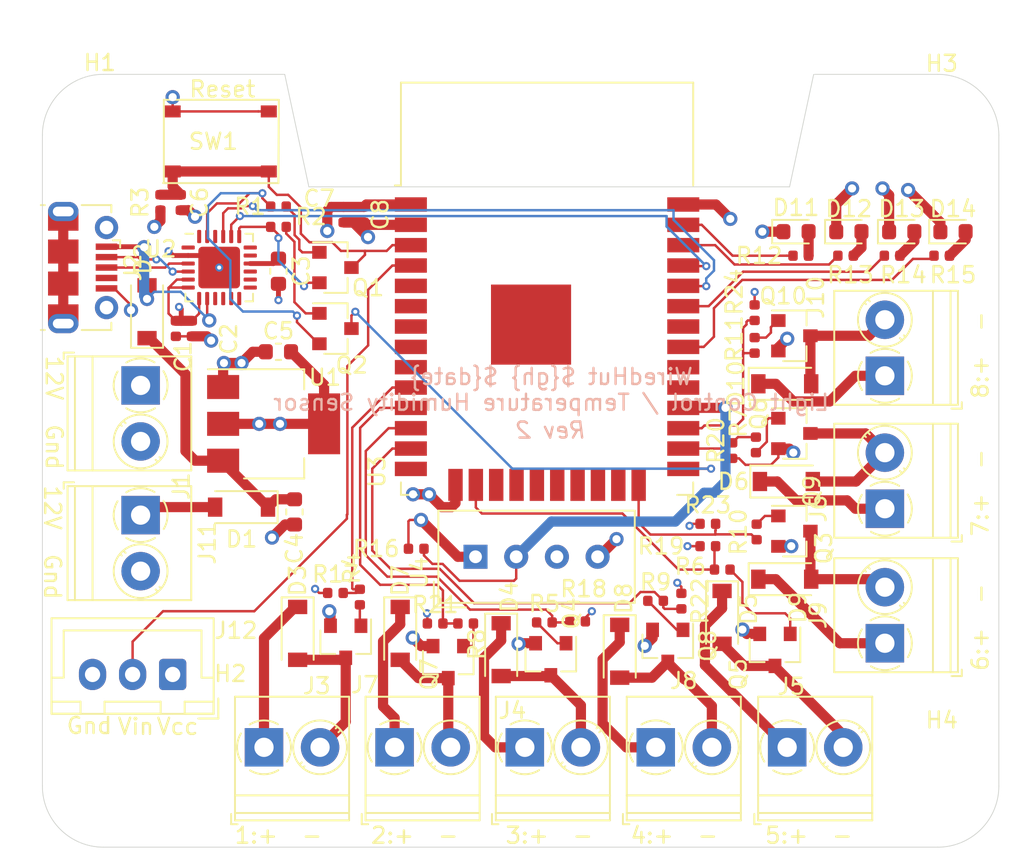
<source format=kicad_pcb>
(kicad_pcb (version 20241229) (generator "pcbnew") (generator_version "9.0")
  (title_block (date "${date}") (rev "${gh}") (comment 4 "@Comment4@"))
  (layers (0 "F.Cu" signal) (4 "In1.Cu" power) (6 "In2.Cu" power) (2 "B.Cu" signal) (13 "F.Paste" user) (15 "B.Paste" user) (5 "F.SilkS" user "F.Silkscreen") (7 "B.SilkS" user "B.Silkscreen") (1 "F.Mask" user) (3 "B.Mask" user) (25 "Edge.Cuts" user))
  (net 0 "")
  (net 1 "GND")
  (net 2 "+3V3")
  (net 3 "Net-(C3-Pad1)")
  (net 4 "Net-(C4-Pad1)")
  (net 5 "/EN")
  (net 6 "VCC")
  (net 7 "VBUS")
  (net 8 "/USB_RTS")
  (net 9 "Net-(Q1-Pad1)")
  (net 10 "/IO0")
  (net 11 "/USB_DTR")
  (net 12 "Net-(Q2-Pad1)")
  (net 13 "/USB_TX")
  (net 14 "/USB_RX")
  (net 15 "/USB_DM")
  (net 16 "/USB_DP")
  (net 17 "Net-(D3-Pad2)")
  (net 18 "Net-(D4-Pad2)")
  (net 19 "Net-(D5-Pad2)")
  (net 20 "Net-(D6-Pad2)")
  (net 21 "Net-(D7-Pad2)")
  (net 22 "Net-(D8-Pad2)")
  (net 23 "Net-(D9-Pad2)")
  (net 24 "Net-(D10-Pad2)")
  (net 25 "Net-(Q3-Pad1)")
  (net 26 "Net-(Q4-Pad1)")
  (net 27 "Net-(Q5-Pad1)")
  (net 28 "Net-(Q6-Pad1)")
  (net 29 "Net-(Q7-Pad1)")
  (net 30 "Net-(Q8-Pad1)")
  (net 31 "Net-(Q9-Pad1)")
  (net 32 "Net-(Q10-Pad1)")
  (net 33 "/PIR_A")
  (net 34 "/CH_1")
  (net 35 "/CH_3")
  (net 36 "/CH_5")
  (net 37 "/CH_7")
  (net 38 "/CH_2")
  (net 39 "/CH_4")
  (net 40 "/CH_6")
  (net 41 "/CH_8")
  (net 42 "Net-(D11-Pad2)")
  (net 43 "Net-(D12-Pad2)")
  (net 44 "Net-(D13-Pad2)")
  (net 45 "Net-(D14-Pad2)")
  (net 46 "/LED1")
  (net 47 "/LED2")
  (net 48 "/LED3")
  (net 49 "/LED4")
  (net 50 "/DHT_IO")
  (footprint "Resistor_SMD:R_0402_1005Metric" (layer "F.Cu") (at 111.2 69.85 -90)
    (property "Reference" "C1")
    (property "Value" "1uF")
  )
  (footprint "Resistor_SMD:R_0402_1005Metric" (layer "F.Cu") (at 112.2 69.85 -90)
    (property "Reference" "C2")
    (property "Value" "0.1uF")
  )
  (footprint "Resistor_SMD:R_0603_1608Metric" (layer "F.Cu") (at 117.602 66.2685 -90)
    (property "Reference" "C3")
    (property "Value" "4.7uF")
  )
  (footprint "Resistor_SMD:R_0603_1608Metric" (layer "F.Cu") (at 118.6 81.3 -90)
    (property "Reference" "C4")
    (property "Value" "1uF")
  )
  (footprint "Resistor_SMD:R_0603_1608Metric" (layer "F.Cu") (at 117.6 71.3 180)
    (property "Reference" "C5")
    (property "Value" "22uF")
  )
  (footprint "Resistor_SMD:R_0402_1005Metric" (layer "F.Cu") (at 122.936 62.738 90)
    (property "Reference" "C8")
    (property "Value" "0.1uF")
  )
  (footprint "Diode_SMD:D_SOD-123" (layer "F.Cu") (at 115.3 81 180)
    (property "Reference" "D1")
    (property "Value" "D_Schottky")
  )
  (footprint "Diode_SMD:D_SOD-123" (layer "F.Cu") (at 109.4 68.8 90)
    (property "Reference" "D2")
    (property "Value" "D_Schottky")
  )
  (footprint "Package_TO_SOT_SMD:SOT-23" (layer "F.Cu") (at 121.158 69.85)
    (property "Reference" "Q2")
    (property "Value" "Q_NPN_BEC")
  )
  (footprint "Resistor_SMD:R_0402_1005Metric" (layer "F.Cu") (at 117.602 62.23 180)
    (property "Reference" "R1")
    (property "Value" "10kR")
  )
  (footprint "Resistor_SMD:R_0402_1005Metric" (layer "F.Cu") (at 117.602 63.5 180)
    (property "Reference" "R2")
    (property "Value" "10kR")
  )
  (footprint "Resistor_SMD:R_0402_1005Metric" (layer "F.Cu") (at 110.236 61.976 -90)
    (property "Reference" "R3")
    (property "Value" "10kR")
  )
  (footprint "footprints:TS-1187A" (layer "F.Cu") (at 114 58.166)
    (property "Reference" "SW1")
    (property "Value" "SW_Push")
  )
  (footprint "Package_TO_SOT_SMD:SOT-223-3_TabPin2" (layer "F.Cu") (at 117.3 75.8)
    (property "Reference" "U1")
    (property "Value" "AZ1117-3.3")
  )
  (footprint "Package_DFN_QFN:QFN-24-1EP_4x4mm_P0.5mm_EP2.6x2.6mm" (layer "F.Cu") (at 113.904 66.04)
    (property "Reference" "U2")
    (property "Value" "CP2104")
  )
  (footprint "RF_Module:ESP32-WROOM-32" (layer "F.Cu") (at 134.366 70.358)
    (property "Reference" "U3")
    (property "Value" "ESP32-WROOM-32")
  )
  (footprint "Diode_SMD:D_SOD-123" (layer "F.Cu") (at 118.8 88.884 -90)
    (property "Reference" "D3")
    (property "Value" "D_Schottky")
  )
  (footprint "Connector_USB:USB_Micro-B_Molex-105017-0001" (layer "F.Cu") (at 105.41 66.04 -90)
    (property "Reference" "J2")
    (property "Value" "USB_B_Micro")
  )
  (footprint "Resistor_SMD:R_0402_1005Metric" (layer "F.Cu") (at 122.682 86.614 90)
    (property "Reference" "R4")
    (property "Value" "100R")
  )
  (footprint "Resistor_SMD:R_0402_1005Metric" (layer "F.Cu") (at 134.2 88.2)
    (property "Reference" "R5")
    (property "Value" "100R")
  )
  (footprint "Resistor_SMD:R_0402_1005Metric" (layer "F.Cu") (at 145.3 84.9 180)
    (property "Reference" "R6")
    (property "Value" "100R")
  )
  (footprint "Resistor_SMD:R_0402_1005Metric" (layer "F.Cu") (at 147.4 77.115 90)
    (property "Reference" "R7")
    (property "Value" "100R")
  )
  (footprint "Resistor_SMD:R_0402_1005Metric" (layer "F.Cu") (at 129.286 88.265 180)
    (property "Reference" "R8")
    (property "Value" "100R")
  )
  (footprint "Resistor_SMD:R_0402_1005Metric" (layer "F.Cu") (at 141.138 86.852)
    (property "Reference" "R9")
    (property "Value" "100R")
  )
  (footprint "Resistor_SMD:R_0402_1005Metric" (layer "F.Cu") (at 147.32 70.9 -90)
    (property "Reference" "R11")
    (property "Value" "100R")
  )
  (footprint "TerminalBlock_Phoenix:TerminalBlock_Phoenix_PT-1,5-2-3.5-H_1x02_P3.50mm_Horizontal" (layer "F.Cu") (at 109 73.4 -90)
    (property "Reference" "J1")
    (property "Value" "Screw_Terminal_01x02")
  )
  (footprint "TerminalBlock_Phoenix:TerminalBlock_Phoenix_PT-1,5-2-3.5-H_1x02_P3.50mm_Horizontal" (layer "F.Cu") (at 116.7 96)
    (property "Reference" "J3")
    (property "Value" "Screw_Terminal_01x02")
  )
  (footprint "Resistor_SMD:R_0402_1005Metric" (layer "F.Cu") (at 121.666 62.738 90)
    (property "Reference" "C7")
    (property "Value" "10uF")
  )
  (footprint "Package_TO_SOT_SMD:SOT-23" (layer "F.Cu") (at 121.158 66.04)
    (property "Reference" "Q1")
    (property "Value" "Q_NPN_BEC")
  )
  (footprint "Resistor_SMD:R_0402_1005Metric" (layer "F.Cu") (at 111.506 61.976 -90)
    (property "Reference" "C6")
    (property "Value" "0.1uF")
  )
  (footprint "Diode_SMD:D_SOD-123" (layer "F.Cu") (at 131.5 89.9 -90)
    (property "Reference" "D4")
    (property "Value" "D_Schottky")
  )
  (footprint "Diode_SMD:D_SOD-123" (layer "F.Cu") (at 145.288 87.884 -90)
    (property "Reference" "D5")
    (property "Value" "D_Schottky")
  )
  (footprint "Diode_SMD:D_SOD-123" (layer "F.Cu") (at 149.3 79.4)
    (property "Reference" "D6")
    (property "Value" "D_Schottky")
  )
  (footprint "Diode_SMD:D_SOD-123" (layer "F.Cu") (at 125.2 88.884 -90)
    (property "Reference" "D7")
    (property "Value" "D_Schottky")
  )
  (footprint "Diode_SMD:D_SOD-123" (layer "F.Cu") (at 138.9 90 -90)
    (property "Reference" "D8")
    (property "Value" "D_Schottky")
  )
  (footprint "Diode_SMD:D_SOD-123" (layer "F.Cu") (at 149.2 73.3)
    (property "Reference" "D10")
    (property "Value" "D_Schottky")
  )
  (footprint "Package_TO_SOT_SMD:SOT-23" (layer "F.Cu") (at 134.6 90.5 -90)
    (property "Reference" "Q4")
    (property "Value" "Q_NMOS_GDS")
  )
  (footprint "Package_TO_SOT_SMD:SOT-23" (layer "F.Cu") (at 148.59 89.916 -90)
    (property "Reference" "Q5")
    (property "Value" "Q_NMOS_GDS")
  )
  (footprint "Package_TO_SOT_SMD:SOT-23" (layer "F.Cu") (at 149.8 76.4)
    (property "Reference" "Q6")
    (property "Value" "Q_NMOS_GDS")
  )
  (footprint "Package_TO_SOT_SMD:SOT-23" (layer "F.Cu") (at 128.2 90.678 -90)
    (property "Reference" "Q7")
    (property "Value" "Q_NMOS_GDS")
  )
  (footprint "Package_TO_SOT_SMD:SOT-23" (layer "F.Cu") (at 141.9 89.662 -90)
    (property "Reference" "Q8")
    (property "Value" "Q_NMOS_GDS")
  )
  (footprint "TerminalBlock_Phoenix:TerminalBlock_Phoenix_PT-1,5-2-3.5-H_1x02_P3.50mm_Horizontal" (layer "F.Cu") (at 132.978 96)
    (property "Reference" "J4")
    (property "Value" "Screw_Terminal_01x02")
  )
  (footprint "TerminalBlock_Phoenix:TerminalBlock_Phoenix_PT-1,5-2-3.5-H_1x02_P3.50mm_Horizontal" (layer "F.Cu") (at 149.35 96)
    (property "Reference" "J5")
    (property "Value" "Screw_Terminal_01x02")
  )
  (footprint "TerminalBlock_Phoenix:TerminalBlock_Phoenix_PT-1,5-2-3.5-H_1x02_P3.50mm_Horizontal" (layer "F.Cu") (at 155.448 81.1 90)
    (property "Reference" "J6")
    (property "Value" "Screw_Terminal_01x02")
  )
  (footprint "TerminalBlock_Phoenix:TerminalBlock_Phoenix_PT-1,5-2-3.5-H_1x02_P3.50mm_Horizontal" (layer "F.Cu") (at 124.85 96)
    (property "Reference" "J7")
    (property "Value" "Screw_Terminal_01x02")
  )
  (footprint "TerminalBlock_Phoenix:TerminalBlock_Phoenix_PT-1,5-2-3.5-H_1x02_P3.50mm_Horizontal" (layer "F.Cu") (at 141.15 96)
    (property "Reference" "J8")
    (property "Value" "Screw_Terminal_01x02")
  )
  (footprint "TerminalBlock_Phoenix:TerminalBlock_Phoenix_PT-1,5-2-3.5-H_1x02_P3.50mm_Horizontal" (layer "F.Cu") (at 155.448 72.8 90)
    (property "Reference" "J10")
    (property "Value" "Screw_Terminal_01x02")
  )
  (footprint "Resistor_SMD:R_0402_1005Metric" (layer "F.Cu") (at 147.447 82.55 -90)
    (property "Reference" "R10")
    (property "Value" "100R")
  )
  (footprint "TerminalBlock_Phoenix:TerminalBlock_Phoenix_PT-1,5-2-3.5-H_1x02_P3.50mm_Horizontal" (layer "F.Cu") (at 155.448 89.5 90)
    (property "Reference" "J9")
    (property "Value" "Screw_Terminal_01x02")
  )
  (footprint "Package_TO_SOT_SMD:SOT-23" (layer "F.Cu") (at 149.8 82.5)
    (property "Reference" "Q9")
    (property "Value" "Q_NMOS_GDS")
  )
  (footprint "TerminalBlock_Phoenix:TerminalBlock_Phoenix_PT-1,5-2-3.5-H_1x02_P3.50mm_Horizontal" (layer "F.Cu") (at 109 81.5 -90)
    (property "Reference" "J11")
    (property "Value" "Screw_Terminal_01x02")
  )
  (footprint "Connector_JST:JST_XH_B3B-XH-A_1x03_P2.50mm_Vertical" (layer "F.Cu") (at 111 91.45 180)
    (property "Reference" "J12")
    (property "Value" "Conn_01x03")
  )
  (footprint "MountingHole:MountingHole_3.2mm_M3" (layer "F.Cu") (at 106.45 57.45)
    (property "Reference" "H1")
    (property "Value" "MountingHole")
  )
  (footprint "MountingHole:MountingHole_3.2mm_M3" (layer "F.Cu") (at 106.5 98.5)
    (property "Reference" "H2")
    (property "Value" "MountingHole")
  )
  (footprint "MountingHole:MountingHole_3.2mm_M3" (layer "F.Cu") (at 159 57.5)
    (property "Reference" "H3")
    (property "Value" "MountingHole")
  )
  (footprint "MountingHole:MountingHole_3.2mm_M3" (layer "F.Cu") (at 159 98.5)
    (property "Reference" "H4")
    (property "Value" "MountingHole")
  )
  (footprint "Diode_SMD:D_SOD-123" (layer "F.Cu") (at 149.2 85.5)
    (property "Reference" "D9")
    (property "Value" "D_Schottky")
  )
  (footprint "LED_SMD:LED_0603_1608Metric" (layer "F.Cu") (at 149.9 63.8)
    (property "Reference" "D11")
    (property "Value" "Green")
  )
  (footprint "LED_SMD:LED_0603_1608Metric" (layer "F.Cu") (at 153.2 63.8)
    (property "Reference" "D12")
    (property "Value" "Green")
  )
  (footprint "LED_SMD:LED_0603_1608Metric" (layer "F.Cu") (at 156.5 63.8)
    (property "Reference" "D13")
    (property "Value" "Red")
  )
  (footprint "LED_SMD:LED_0603_1608Metric" (layer "F.Cu") (at 159.7 63.8)
    (property "Reference" "D14")
    (property "Value" "Red")
  )
  (footprint "Resistor_SMD:R_0402_1005Metric" (layer "F.Cu") (at 150.2 65.3)
    (property "Reference" "R12")
    (property "Value" "47R")
  )
  (footprint "Resistor_SMD:R_0402_1005Metric" (layer "F.Cu") (at 153 65.3)
    (property "Reference" "R13")
    (property "Value" "47R")
  )
  (footprint "Resistor_SMD:R_0402_1005Metric" (layer "F.Cu") (at 155.9 65.3)
    (property "Reference" "R14")
    (property "Value" "150R")
  )
  (footprint "Resistor_SMD:R_0402_1005Metric" (layer "F.Cu") (at 159 65.3)
    (property "Reference" "R15")
    (property "Value" "150R")
  )
  (footprint "Sensor:Aosong_DHT11_5.5x12.0_P2.54mm" (layer "F.Cu") (at 129.9 84.1 90)
    (property "Reference" "U4")
    (property "Value" "DHT11")
  )
  (footprint "Resistor_SMD:R_0402_1005Metric" (layer "F.Cu") (at 126.2 83.6 180)
    (property "Reference" "R16")
    (property "Value" "10kR")
  )
  (footprint "Package_TO_SOT_SMD:SOT-23" (layer "F.Cu") (at 121.8 89.408 -90)
    (property "Reference" "Q3")
    (property "Value" "Q_NMOS_GSD")
  )
  (footprint "Resistor_SMD:R_0402_1005Metric" (layer "F.Cu") (at 121.158 86.36)
    (property "Reference" "R17")
    (property "Value" "10kR")
  )
  (footprint "Resistor_SMD:R_0402_1005Metric" (layer "F.Cu") (at 136.271 88.138 180)
    (property "Reference" "R18")
    (property "Value" "10kR")
  )
  (footprint "Resistor_SMD:R_0402_1005Metric" (layer "F.Cu") (at 144.399 83.439)
    (property "Reference" "R19")
    (property "Value" "10kR")
  )
  (footprint "Resistor_SMD:R_0402_1005Metric" (layer "F.Cu") (at 145.923 77.47 90)
    (property "Reference" "R20")
    (property "Value" "10kR")
  )
  (footprint "Resistor_SMD:R_0402_1005Metric" (layer "F.Cu") (at 127.381 88.265)
    (property "Reference" "R21")
    (property "Value" "10kR")
  )
  (footprint "Resistor_SMD:R_0402_1005Metric" (layer "F.Cu") (at 142.748 86.868 -90)
    (property "Reference" "R22")
    (property "Value" "10kR")
  )
  (footprint "Resistor_SMD:R_0402_1005Metric" (layer "F.Cu") (at 144.399 82.042)
    (property "Reference" "R23")
    (property "Value" "10kR")
  )
  (footprint "Resistor_SMD:R_0402_1005Metric" (layer "F.Cu") (at 147.32 68.857 -90)
    (property "Reference" "R24")
    (property "Value" "10kR")
  )
  (footprint "Package_TO_SOT_SMD:SOT-23" (layer "F.Cu") (at 149.8 70.3)
    (property "Reference" "Q10")
    (property "Value" "Q_NMOS_GDS")
  )
  (gr_line (start 102.87 57.785) (end 102.87 98.425) (stroke (width 0.05)) (layer "Edge.Cuts"))
  (gr_line (start 106.68 102.235) (end 158.75 102.235) (stroke (width 0.05)) (layer "Edge.Cuts"))
  (gr_line (start 162.56 98.425) (end 162.56 57.785) (stroke (width 0.05)) (layer "Edge.Cuts"))
  (gr_line (start 117.975 53.975) (end 118 54) (stroke (width 0.05)) (layer "Edge.Cuts"))
  (gr_line (start 151.025 53.975) (end 151 54) (stroke (width 0.05)) (layer "Edge.Cuts"))
  (gr_line (start 158.75 53.975) (end 151.025 53.975) (stroke (width 0.05)) (layer "Edge.Cuts"))
  (gr_arc (start 106.68 102.235) (mid 103.985923 101.119077) (end 102.87 98.425) (stroke (width 0.05)) (layer "Edge.Cuts"))
  (gr_arc (start 102.87 57.785) (mid 103.985923 55.090923) (end 106.68 53.975) (stroke (width 0.05)) (layer "Edge.Cuts"))
  (gr_arc (start 162.56 98.425) (mid 161.444077 101.119077) (end 158.75 102.235) (stroke (width 0.05)) (layer "Edge.Cuts"))
  (gr_line (start 119.5 61) (end 149.5 61) (stroke (width 0.05)) (layer "Edge.Cuts"))
  (gr_arc (start 158.75 53.975) (mid 161.444077 55.090923) (end 162.56 57.785) (stroke (width 0.05)) (layer "Edge.Cuts"))
  (gr_line (start 106.68 53.975) (end 117.975 53.975) (stroke (width 0.05)) (layer "Edge.Cuts"))
  (gr_line (start 149.5 61) (end 151 54) (stroke (width 0.05)) (layer "Edge.Cuts"))
  (gr_line (start 118 54) (end 119.5 61) (stroke (width 0.05)) (layer "Edge.Cuts"))
  (gr_text "12V  Gnd" (at 103.5 83.2 270) (layer "F.SilkS") (effects (font (size 1 1))))
  (gr_text "5:+  -" (at 150.7 101.5 0) (layer "F.SilkS") (effects (font (size 1 1))))
  (gr_text "Gnd" (at 105.8 94.65 0) (layer "F.SilkS") (effects (font (size 1 1))))
  (gr_text "6:+  -" (at 161.4 88.5 90) (layer "F.SilkS") (effects (font (size 1 1))))
  (gr_text "8:+  -" (at 161.4 71.5 90) (layer "F.SilkS") (effects (font (size 1 1))))
  (gr_text "Vcc" (at 111.3 94.7 0) (layer "F.SilkS") (effects (font (size 1 1))))
  (gr_text "Vin" (at 108.7 94.7 0) (layer "F.SilkS") (effects (font (size 1 1))))
  (gr_text "4:+  -" (at 142.3 101.5 0) (layer "F.SilkS") (effects (font (size 1 1))))
  (gr_text "12V  Gnd" (at 103.6 75.1 270) (layer "F.SilkS") (effects (font (size 1 1))))
  (gr_text "2:+  -" (at 126.1 101.5 0) (layer "F.SilkS") (effects (font (size 1 1))))
  (gr_text "1:+  -" (at 117.6 101.5 0) (layer "F.SilkS") (effects (font (size 1 1))))
  (gr_text "Reset" (at 114.1 54.9 0) (layer "F.SilkS") (effects (font (size 1 1))))
  (gr_text "7:+  -" (at 161.4 80.1 90) (layer "F.SilkS") (effects (font (size 1 1))))
  (gr_text "3:+  -" (at 134.5 101.5 0) (layer "F.SilkS") (effects (font (size 1 1))))
  (gr_text "Rev 2" (at 134.62 76.2 0) (layer "B.SilkS") (effects (font (size 1 1) (thickness 0.15) (italic yes)) (justify mirror)))
  (gr_text "WiredHut ${gh} ${date}\nLight Control / Temperature Humidity Sensor" (at 134.62 73.66 0) (layer "B.SilkS") (effects (font (size 1 1)) (justify mirror)))
  (segment (start 142.866 62.103) (end 144.903 62.103) (width 0.635) (layer "F.Cu") (net 1))
  (segment (start 118.0125 82.0875) (end 117.2 82.9) (width 0.635) (layer "F.Cu") (net 1))
  (segment (start 147.64 88.916) (end 146.828 88.916) (width 0.635) (layer "F.Cu") (net 1))
  (segment (start 111.991 62.461) (end 112.395 62.865) (width 0.635) (layer "F.Cu") (net 1))
  (segment (start 147.32 68.372) (end 147.32 67.564) (width 0.1524) (layer "F.Cu") (net 1))
  (segment (start 125.866 62.103) (end 123.086 62.103) (width 0.635) (layer "F.Cu") (net 1))
  (segment (start 116.8125 71.3) (end 116 71.3) (width 0.635) (layer "F.Cu") (net 1))
  (segment (start 140.95 88.662) (end 140.95 89.174) (width 0.635) (layer "F.Cu") (net 1))
  (segment (start 122.936 62.253) (end 121.666 62.253) (width 0.635) (layer "F.Cu") (net 1))
  (segment (start 148.3434 78.359) (end 148.8 77.9024) (width 0.1524) (layer "F.Cu") (net 1))
  (segment (start 140.95 89.174) (end 140.462 89.662) (width 0.635) (layer "F.Cu") (net 1))
  (segment (start 111.2 70.335) (end 112.2 70.335) (width 0.1524) (layer "F.Cu") (net 1))
  (segment (start 120.87609 62.25791) (end 120.65 62.484) (width 0.635) (layer "F.Cu") (net 1))
  (segment (start 113.154 65.29) (end 113.904 66.04) (width 0.3048) (layer "F.Cu") (net 1))
  (segment (start 126.896 87.653) (end 126.873 87.63) (width 0.1524) (layer "F.Cu") (net 1))
  (segment (start 143.914 83.439) (end 143.129 83.439) (width 0.1524) (layer "F.Cu") (net 1))
  (segment (start 107.3475 67.34) (end 108.4 68.3925) (width 0.1524) (layer "F.Cu") (net 1))
  (segment (start 108.4 68.3925) (end 108.4 68.7) (width 0.1524) (layer "F.Cu") (net 1))
  (segment (start 117 56.291) (end 116.3476 56.291) (width 0.1524) (layer "F.Cu") (net 1))
  (segment (start 152.4125 63.8) (end 152.4125 62.0875) (width 0.635) (layer "F.Cu") (net 1))
  (segment (start 127.25 89.678) (end 126.508 89.678) (width 0.635) (layer "F.Cu") (net 1))
  (segment (start 115.3 72) (end 114.2 72) (width 0.635) (layer "F.Cu") (net 1))
  (segment (start 137.6 84.1) (end 138.7 83) (width 0.635) (layer "F.Cu") (net 1))
  (segment (start 148.8 83.45) (end 149.595 83.45) (width 0.635) (layer "F.Cu") (net 1))
  (segment (start 127.8 81) (end 127 80.2) (width 0.635) (layer "F.Cu") (net 1))
  (segment (start 148.8 71.25) (end 148.8 71.037) (width 0.635) (layer "F.Cu") (net 1))
  (segment (start 116.3476 56.291) (end 111 56.291) (width 0.1524) (layer "F.Cu") (net 1))
  (segment (start 143.914 82.042) (end 143.383 82.042) (width 0.1524) (layer "F.Cu") (net 1))
  (segment (start 113.135 70.335) (end 113.4 70.6) (width 0.635) (layer "F.Cu") (net 1))
  (segment (start 155.7125 61.5125) (end 155.3 61.1) (width 0.635) (layer "F.Cu") (net 1))
  (segment (start 144.903 62.103) (end 145.8 63) (width 0.635) (layer "F.Cu") (net 1))
  (segment (start 117.602 67.056) (end 117.602 68.072) (width 0.3048) (layer "F.Cu") (net 1))
  (segment (start 136.756 87.907) (end 137.16 87.503) (width 0.1524) (layer "F.Cu") (net 1))
  (segment (start 106.8725 67.34) (end 107.3475 67.34) (width 0.1524) (layer "F.Cu") (net 1))
  (segment (start 137.52 84.1) (end 137.6 84.1) (width 0.635) (layer "F.Cu") (net 1))
  (segment (start 146.343 77.955) (end 146.747 78.359) (width 0.1524) (layer "F.Cu") (net 1))
  (segment (start 149.595 83.45) (end 149.606 83.439) (width 0.635) (layer "F.Cu") (net 1))
  (segment (start 114.15 72.05) (end 114.2 72) (width 0.635) (layer "F.Cu") (net 1))
  (segment (start 118.6 82.0875) (end 118.0125 82.0875) (width 0.635) (layer "F.Cu") (net 1))
  (segment (start 132.623 89.5) (end 132.588 89.535) (width 0.635) (layer "F.Cu") (net 1))
  (segment (start 148.8 77.9024) (end 148.8 77.35) (width 0.1524) (layer "F.Cu") (net 1))
  (segment (start 145.923 77.955) (end 146.343 77.955) (width 0.1524) (layer "F.Cu") (net 1))
  (segment (start 111.9665 65.29) (end 113.154 65.29) (width 0.3048) (layer "F.Cu") (net 1))
  (segment (start 128.4 81) (end 127.8 81) (width 0.635) (layer "F.Cu") (net 1))
  (segment (start 120.65 62.484) (end 120.65 63.754) (width 0.635) (layer "F.Cu") (net 1))
  (segment (start 142.748 85.979) (end 142.494 85.725) (width 0.1524) (layer "F.Cu") (net 1))
  (segment (start 148.8 77.35) (end 149.486 77.35) (width 0.635) (layer "F.Cu") (net 1))
  (segment (start 133.65 89.5) (end 132.623 89.5) (width 0.635) (layer "F.Cu") (net 1))
  (segment (start 111.01 65.29) (end 110.744 65.024) (width 0.3048) (layer "F.Cu") (net 1))
  (segment (start 111.9665 65.29) (end 111.01 65.29) (width 0.3048) (layer "F.Cu") (net 1))
  (segment (start 127 80.2) (end 126 80.2) (width 0.635) (layer "F.Cu") (net 1))
  (segment (start 121.666 62.253) (end 120.881 62.253) (width 0.635) (layer "F.Cu") (net 1))
  (segment (start 128.651 80.749) (end 128.4 81) (width 0.635) (layer "F.Cu") (net 1))
  (segment (start 120.881 62.253) (end 120.87609 62.25791) (width 0.635) (layer "F.Cu") (net 1))
  (segment (start 149.1125 63.8) (end 147.8 63.8) (width 0.635) (layer "F.Cu") (net 1))
  (segment (start 111.506 62.461) (end 111.991 62.461) (width 0.635) (layer "F.Cu") (net 1))
  (segment (start 126.508 89.678) (end 125.984 89.154) (width 0.635) (layer "F.Cu") (net 1))
  (segment (start 149.486 77.35) (end 149.733 77.597) (width 0.635) (layer "F.Cu") (net 1))
  (segment (start 112.2 70.335) (end 113.135 70.335) (width 0.635) (layer "F.Cu") (net 1))
  (segment (start 111 56.291) (end 111 55.4) (width 0.1524) (layer "F.Cu") (net 1))
  (segment (start 155.7125 63.8) (end 155.7125 61.5125) (width 0.635) (layer "F.Cu") (net 1))
  (segment (start 104.1725 63.14) (end 104.1725 65.04) (width 0.635) (layer "F.Cu") (net 1))
  (segment (start 152.4125 62.0875) (end 153.4 61.1) (width 0.635) (layer "F.Cu") (net 1))
  (segment (start 126.896 88.265) (end 126.896 87.653) (width 0.1524) (layer "F.Cu") (net 1))
  (segment (start 104.1725 67.04) (end 104.1725 68.94) (width 0.635) (layer "F.Cu") (net 1))
  (segment (start 120.85 88.408) (end 120.85 87.576) (width 0.635) (layer "F.Cu") (net 1))
  (segment (start 148.8 71.037) (end 149.352 70.485) (width 0.635) (layer "F.Cu") (net 1))
  (segment (start 123.086 62.103) (end 122.936 62.253) (width 0.635) (layer "F.Cu") (net 1))
  (segment (start 146.828 88.916) (end 146.558 88.646) (width 0.635) (layer "F.Cu") (net 1))
  (segment (start 136.756 88.138) (end 136.756 87.907) (width 0.1524) (layer "F.Cu") (net 1))
  (segment (start 104.1725 65.04) (end 104.1725 67.04) (width 0.635) (layer "F.Cu") (net 1))
  (segment (start 143.383 82.042) (end 143.256 82.169) (width 0.1524) (layer "F.Cu") (net 1))
  (segment (start 120.142 86.36) (end 119.888 86.106) (width 0.1524) (layer "F.Cu") (net 1))
  (segment (start 128.651 79.613) (end 128.651 80.749) (width 0.635) (layer "F.Cu") (net 1))
  (segment (start 116 71.3) (end 115.3 72) (width 0.635) (layer "F.Cu") (net 1))
  (segment (start 120.673 86.36) (end 120.142 86.36) (width 0.1524) (layer "F.Cu") (net 1))
  (segment (start 158.9125 63.2125) (end 156.9 61.2) (width 0.635) (layer "F.Cu") (net 1))
  (segment (start 120.85 87.576) (end 120.777 87.503) (width 0.635) (layer "F.Cu") (net 1))
  (segment (start 114.15 73.5) (end 114.15 72.05) (width 0.635) (layer "F.Cu") (net 1))
  (segment (start 142.748 86.383) (end 142.748 85.979) (width 0.1524) (layer "F.Cu") (net 1))
  (segment (start 158.9125 63.8) (end 158.9125 63.2125) (width 0.635) (layer "F.Cu") (net 1))
  (segment (start 146.747 78.359) (end 148.3434 78.359) (width 0.1524) (layer "F.Cu") (net 1))
  (via (at 140.462 89.662) (size 0.889) (drill 0.508) (layers "F.Cu" "B.Cu") (net 1))
  (via (at 147.32 67.564) (size 0.508) (drill 0.254) (layers "F.Cu" "B.Cu") (net 1))
  (via (at 108.4 68.7) (size 0.889) (drill 0.508) (layers "F.Cu" "B.Cu") (net 1))
  (via (at 126 80.2) (size 0.889) (drill 0.508) (layers "F.Cu" "B.Cu") (net 1))
  (via (at 113.4 70.6) (size 0.889) (drill 0.508) (layers "F.Cu" "B.Cu") (net 1))
  (via (at 156.9 61.2) (size 0.889) (drill 0.508) (layers "F.Cu" "B.Cu") (net 1))
  (via (at 149.733 77.597) (size 0.889) (drill 0.508) (layers "F.Cu" "B.Cu") (net 1))
  (via (at 113.904 66.04) (size 0.508) (drill 0.254) (layers "F.Cu" "B.Cu") (net 1))
  (via (at 117.2 82.9) (size 0.889) (drill 0.508) (layers "F.Cu" "B.Cu") (net 1))
  (via (at 155.3 61.1) (size 0.889) (drill 0.508) (layers "F.Cu" "B.Cu") (net 1))
  (via (at 142.494 85.725) (size 0.508) (drill 0.254) (layers "F.Cu" "B.Cu") (net 1))
  (via (at 127 80.2) (size 0.889) (drill 0.508) (layers "F.Cu" "B.Cu") (net 1))
  (via (at 145.8 63) (size 0.889) (drill 0.508) (layers "F.Cu" "B.Cu") (net 1))
  (via (at 147.8 63.8) (size 0.889) (drill 0.508) (layers "F.Cu" "B.Cu") (net 1))
  (via (at 149.606 83.439) (size 0.889) (drill 0.508) (layers "F.Cu" "B.Cu") (net 1))
  (via (at 112.395 62.865) (size 0.889) (drill 0.508) (layers "F.Cu" "B.Cu") (net 1))
  (via (at 110.744 65.024) (size 0.508) (drill 0.254) (layers "F.Cu" "B.Cu") (net 1))
  (via (at 111 55.4) (size 0.889) (drill 0.508) (layers "F.Cu" "B.Cu") (net 1))
  (via (at 114.2 72) (size 0.889) (drill 0.508) (layers "F.Cu" "B.Cu") (net 1))
  (via (at 143.129 83.439) (size 0.508) (drill 0.254) (layers "F.Cu" "B.Cu") (net 1))
  (via (at 120.777 87.503) (size 0.889) (drill 0.508) (layers "F.Cu" "B.Cu") (net 1))
  (via (at 117.602 68.072) (size 0.508) (drill 0.254) (layers "F.Cu" "B.Cu") (net 1))
  (via (at 138.7 83) (size 0.889) (drill 0.508) (layers "F.Cu" "B.Cu") (net 1))
  (via (at 153.4 61.1) (size 0.889) (drill 0.508) (layers "F.Cu" "B.Cu") (net 1))
  (via (at 143.256 82.169) (size 0.508) (drill 0.254) (layers "F.Cu" "B.Cu") (net 1))
  (via (at 115.3 72) (size 0.889) (drill 0.508) (layers "F.Cu" "B.Cu") (net 1))
  (via (at 149.352 70.485) (size 0.889) (drill 0.508) (layers "F.Cu" "B.Cu") (net 1))
  (via (at 126.873 87.63) (size 0.508) (drill 0.254) (layers "F.Cu" "B.Cu") (net 1))
  (via (at 125.984 89.154) (size 0.889) (drill 0.508) (layers "F.Cu" "B.Cu") (net 1))
  (via (at 132.588 89.535) (size 0.889) (drill 0.508) (layers "F.Cu" "B.Cu") (net 1))
  (via (at 146.558 88.646) (size 0.889) (drill 0.508) (layers "F.Cu" "B.Cu") (net 1))
  (via (at 119.888 86.106) (size 0.508) (drill 0.254) (layers "F.Cu" "B.Cu") (net 1))
  (via (at 120.65 63.754) (size 0.889) (drill 0.508) (layers "F.Cu" "B.Cu") (net 1))
  (via (at 137.16 87.503) (size 0.508) (drill 0.254) (layers "F.Cu" "B.Cu") (net 1))
  (segment (start 117.7 75.8) (end 116.4 75.8) (width 0.635) (layer "F.Cu") (net 2))
  (segment (start 121.666 63.223) (end 122.278 63.223) (width 0.635) (layer "F.Cu") (net 2))
  (segment (start 125.871383 81.8) (end 126.5 81.8) (width 0.1524) (layer "F.Cu") (net 2))
  (segment (start 120.45 73.3625) (end 118.3875 71.3) (width 0.635) (layer "F.Cu") (net 2))
  (segment (start 110.744 68.909) (end 111.2 69.365) (width 0.1524) (layer "F.Cu") (net 2))
  (segment (start 110.744 67.31) (end 110.764 67.29) (width 0.1524) (layer "F.Cu") (net 2))
  (segment (start 110.744 67.31) (end 111.264 66.79) (width 0.1524) (layer "F.Cu") (net 2))
  (segment (start 110.236 62.461) (end 110.236 63.119) (width 0.635) (layer "F.Cu") (net 2))
  (segment (start 111.264 66.79) (end 111.9665 66.79) (width 0.1524) (layer "F.Cu") (net 2))
  (segment (start 110.236 63.119) (end 109.855 63.5) (width 0.635) (layer "F.Cu") (net 2))
  (segment (start 122.278 63.223) (end 123.19 64.135) (width 0.635) (layer "F.Cu") (net 2))
  (segment (start 120.45 75.8) (end 120.45 73.3625) (width 0.635) (layer "F.Cu") (net 2))
  (segment (start 111.535 69.365) (end 112.2 69.365) (width 0.635) (layer "F.Cu") (net 2))
  (segment (start 128.8 84.1) (end 126.5 81.8) (width 0.635) (layer "F.Cu") (net 2))
  (segment (start 123.086 63.373) (end 122.936 63.223) (width 0.635) (layer "F.Cu") (net 2))
  (segment (start 110.764 67.29) (end 111.9665 67.29) (width 0.1524) (layer "F.Cu") (net 2))
  (segment (start 125.715 83.6) (end 125.715 81.885) (width 0.1524) (layer "F.Cu") (net 2))
  (segment (start 114.15 75.8) (end 116.4 75.8) (width 0.635) (layer "F.Cu") (net 2))
  (segment (start 125.8 81.8) (end 125.871383 81.8) (width 0.1524) (layer "F.Cu") (net 2))
  (segment (start 111.535 68.635) (end 111.4 68.5) (width 0.3048) (layer "F.Cu") (net 2))
  (segment (start 112.654 67.9775) (end 112.654 68.911) (width 0.1524) (layer "F.Cu") (net 2))
  (segment (start 122.936 63.223) (end 121.666 63.223) (width 0.635) (layer "F.Cu") (net 2))
  (segment (start 112.654 68.911) (end 112.2 69.365) (width 0.1524) (layer "F.Cu") (net 2))
  (segment (start 125.715 81.885) (end 125.8 81.8) (width 0.1524) (layer "F.Cu") (net 2))
  (segment (start 111.2 69.365) (end 111.535 69.365) (width 0.635) (layer "F.Cu") (net 2))
  (segment (start 110.744 67.31) (end 110.744 68.909) (width 0.1524) (layer "F.Cu") (net 2))
  (segment (start 125.866 63.373) (end 123.086 63.373) (width 0.635) (layer "F.Cu") (net 2))
  (segment (start 111.535 69.365) (end 111.535 68.635) (width 0.3048) (layer "F.Cu") (net 2))
  (segment (start 117.7 75.8) (end 120.45 75.8) (width 0.635) (layer "F.Cu") (net 2))
  (segment (start 129.9 84.1) (end 128.8 84.1) (width 0.635) (layer "F.Cu") (net 2))
  (via (at 123.19 64.135) (size 0.889) (drill 0.508) (layers "F.Cu" "B.Cu") (net 2))
  (via (at 116.4 75.8) (size 0.889) (drill 0.508) (layers "F.Cu" "B.Cu") (net 2))
  (via (at 109.855 63.5) (size 0.889) (drill 0.508) (layers "F.Cu" "B.Cu") (net 2))
  (via (at 111.4 68.5) (size 0.508) (drill 0.254) (layers "F.Cu" "B.Cu") (net 2))
  (via (at 117.7 75.8) (size 0.889) (drill 0.508) (layers "F.Cu" "B.Cu") (net 2))
  (via (at 126.5 81.8) (size 0.889) (drill 0.508) (layers "F.Cu" "B.Cu") (net 2))
  (segment (start 117.602 65.481) (end 117.293 65.79) (width 0.3048) (layer "F.Cu") (net 3))
  (segment (start 117.293 65.79) (end 115.8415 65.79) (width 0.3048) (layer "F.Cu") (net 3))
  (segment (start 118.6 80.5125) (end 117.4375 80.5125) (width 0.635) (layer "F.Cu") (net 4))
  (segment (start 117.4375 80.5125) (end 116.95 81) (width 0.635) (layer "F.Cu") (net 4))
  (segment (start 112.4 78.1) (end 114.15 78.1) (width 0.635) (layer "F.Cu") (net 4))
  (segment (start 109.55 70.45) (end 111.8 72.7) (width 0.635) (layer "F.Cu") (net 4))
  (segment (start 111.8 72.7) (end 111.8 77.5) (width 0.635) (layer "F.Cu") (net 4))
  (segment (start 109.4 70.45) (end 109.55 70.45) (width 0.635) (layer "F.Cu") (net 4))
  (segment (start 114.15 78.1) (end 114.15 78.2) (width 0.635) (layer "F.Cu") (net 4))
  (segment (start 111.8 77.5) (end 112.4 78.1) (width 0.635) (layer "F.Cu") (net 4))
  (segment (start 114.15 78.2) (end 116.95 81) (width 0.635) (layer "F.Cu") (net 4))
  (segment (start 117 61) (end 117 60.041) (width 0.1524) (layer "F.Cu") (net 5))
  (segment (start 118.2089 61.5) (end 117.5 61.5) (width 0.1524) (layer "F.Cu") (net 5))
  (segment (start 111 60.041) (end 117 60.041) (width 0.635) (layer "F.Cu") (net 5))
  (segment (start 121.5 65) (end 120.961399 64.461399) (width 0.1524) (layer "F.Cu") (net 5))
  (segment (start 125.866 64.643) (end 124.7136 64.643) (width 0.1524) (layer "F.Cu") (net 5))
  (segment (start 111 60.985) (end 111.506 61.491) (width 0.635) (layer "F.Cu") (net 5))
  (segment (start 119 63.922798) (end 119 62.2911) (width 0.1524) (layer "F.Cu") (net 5))
  (segment (start 120.961399 64.461399) (end 119.538601 64.461399) (width 0.1524) (layer "F.Cu") (net 5))
  (segment (start 119.538601 64.461399) (end 119 63.922798) (width 0.1524) (layer "F.Cu") (net 5))
  (segment (start 123 65.248) (end 122.208 66.04) (width 0.1524) (layer "F.Cu") (net 5))
  (segment (start 124.7136 64.643) (end 124.3566 65) (width 0.1524) (layer "F.Cu") (net 5))
  (segment (start 110.236 61.491) (end 111.506 61.491) (width 0.635) (layer "F.Cu") (net 5))
  (segment (start 117.5 61.5) (end 117 61) (width 0.1524) (layer "F.Cu") (net 5))
  (segment (start 119 62.2911) (end 118.2089 61.5) (width 0.1524) (layer "F.Cu") (net 5))
  (segment (start 124.3566 65) (end 123 65) (width 0.1524) (layer "F.Cu") (net 5))
  (segment (start 111 60.041) (end 111 60.985) (width 0.635) (layer "F.Cu") (net 5))
  (segment (start 123 65) (end 123 65.248) (width 0.1524) (layer "F.Cu") (net 5))
  (segment (start 123 65) (end 121.5 65) (width 0.1524) (layer "F.Cu") (net 5))
  (segment (start 122.208 66.04) (end 122.158 66.04) (width 0.1524) (layer "F.Cu") (net 5))
  (segment (start 153.613 72.8) (end 155.448 72.8) (width 0.635) (layer "F.Cu") (net 6))
  (segment (start 130.430099 95.287099) (end 130.430099 90.404901) (width 0.635) (layer "F.Cu") (net 6))
  (segment (start 148.635 85.5) (end 152.635 89.5) (width 0.635) (layer "F.Cu") (net 6))
  (segment (start 144.218099 88.388901) (end 145.288 87.319) (width 0.635) (layer "F.Cu") (net 6))
  (segment (start 149.35 96) (end 144.218099 90.868099) (width 0.635) (layer "F.Cu") (net 6))
  (segment (start 118.65 87.234) (end 118.8 87.234) (width 0.635) (layer "F.Cu") (net 6))
  (segment (start 124.130099 89.388901) (end 125.2 88.319) (width 0.635) (layer "F.Cu") (net 6))
  (segment (start 113.65 81) (end 109.5 81) (width 0.635) (layer "F.Cu") (net 6))
  (segment (start 139.315 96) (end 141.15 96) (width 0.635) (layer "F.Cu") (net 6))
  (segment (start 145.288 87.319) (end 145.288 86.234) (width 0.635) (layer "F.Cu") (net 6))
  (segment (start 124.85 96) (end 124.85 94.165) (width 0.635) (layer "F.Cu") (net 6))
  (segment (start 109.5 81) (end 109 81.5) (width 0.635) (layer "F.Cu") (net 6))
  (segment (start 125.2 88.319) (end 125.2 87.234) (width 0.635) (layer "F.Cu") (net 6))
  (segment (start 132.978 96) (end 131.143 96) (width 0.635) (layer "F.Cu") (net 6))
  (segment (start 149.735 74.4) (end 152.013 74.4) (width 0.635) (layer "F.Cu") (net 6))
  (segment (start 153.093099 80.580099) (end 153.613 81.1) (width 0.635) (layer "F.Cu") (net 6))
  (segment (start 137.830099 90.504901) (end 137.830099 94.515099) (width 0.635) (layer "F.Cu") (net 6))
  (segment (start 116.7 96) (end 116.7 89.184) (width 0.635) (layer "F.Cu") (net 6))
  (segment (start 147.65 79.4) (end 148.735 79.4) (width 0.635) (layer "F.Cu") (net 6))
  (segment (start 131.143 96) (end 130.430099 95.287099) (width 0.635) (layer "F.Cu") (net 6))
  (segment (start 152.013 74.4) (end 153.613 72.8) (width 0.635) (layer "F.Cu") (net 6))
  (segment (start 130.430099 90.404901) (end 131.5 89.335) (width 0.635) (layer "F.Cu") (net 6))
  (segment (start 153.613 81.1) (end 155.448 81.1) (width 0.635) (layer "F.Cu") (net 6))
  (segment (start 144.218099 90.868099) (end 144.218099 88.388901) (width 0.635) (layer "F.Cu") (net 6))
  (segment (start 116.7 89.184) (end 118.65 87.234) (width 0.635) (layer "F.Cu") (net 6))
  (segment (start 149.915099 80.580099) (end 153.093099 80.580099) (width 0.635) (layer "F.Cu") (net 6))
  (segment (start 124.130099 93.445099) (end 124.130099 89.388901) (width 0.635) (layer "F.Cu") (net 6))
  (segment (start 148.735 79.4) (end 149.915099 80.580099) (width 0.635) (layer "F.Cu") (net 6))
  (segment (start 147.55 73.3) (end 148.635 73.3) (width 0.635) (layer "F.Cu") (net 6))
  (segment (start 124.85 94.165) (end 124.130099 93.445099) (width 0.635) (layer "F.Cu") (net 6))
  (segment (start 137.830099 94.515099) (end 139.315 96) (width 0.635) (layer "F.Cu") (net 6))
  (segment (start 153.613 89.5) (end 155.448 89.5) (width 0.635) (layer "F.Cu") (net 6))
  (segment (start 138.9 88.35) (end 138.9 89.435) (width 0.635) (layer "F.Cu") (net 6))
  (segment (start 147.55 85.5) (end 148.635 85.5) (width 0.635) (layer "F.Cu") (net 6))
  (segment (start 148.635 73.3) (end 149.735 74.4) (width 0.635) (layer "F.Cu") (net 6))
  (segment (start 152.635 89.5) (end 153.613 89.5) (width 0.635) (layer "F.Cu") (net 6))
  (segment (start 131.5 89.335) (end 131.5 88.25) (width 0.635) (layer "F.Cu") (net 6))
  (segment (start 138.9 89.435) (end 137.830099 90.504901) (width 0.635) (layer "F.Cu") (net 6))
  (segment (start 106.8725 64.74) (end 109.19 64.74) (width 0.3048) (layer "F.Cu") (net 7))
  (segment (start 113.154 67.9775) (end 113.154 69.212) (width 0.1524) (layer "F.Cu") (net 7))
  (segment (start 113.154 69.212) (end 113.284 69.342) (width 0.1524) (layer "F.Cu") (net 7))
  (segment (start 109.4 68) (end 109.4 67.15) (width 0.635) (layer "F.Cu") (net 7))
  (segment (start 109.19 64.74) (end 109.22 64.77) (width 0.3048) (layer "F.Cu") (net 7))
  (via (at 109.4 68) (size 0.889) (drill 0.508) (layers "F.Cu" "B.Cu") (net 7))
  (via (at 113.284 69.342) (size 0.889) (drill 0.508) (layers "F.Cu" "B.Cu") (net 7))
  (via (at 109.22 64.77) (size 0.889) (drill 0.508) (layers "F.Cu" "B.Cu") (net 7))
  (segment (start 109.22 67.82) (end 109.4 68) (width 0.635) (layer "B.Cu") (net 7))
  (segment (start 111.497501 67.555501) (end 109.844499 67.555501) (width 0.1524) (layer "B.Cu") (net 7))
  (segment (start 109.22 64.77) (end 109.22 67.82) (width 0.635) (layer "B.Cu") (net 7))
  (segment (start 113.284 69.342) (end 111.497501 67.555501) (width 0.1524) (layer "B.Cu") (net 7))
  (segment (start 109.844499 67.555501) (end 109.4 68) (width 0.1524) (layer "B.Cu") (net 7))
  (segment (start 115.154 64.1025) (end 115.154 63.59) (width 0.1524) (layer "F.Cu") (net 8))
  (segment (start 120.158 66.99) (end 119.41 66.99) (width 0.1524) (layer "F.Cu") (net 8))
  (segment (start 117.6 63.983) (end 117.117 63.5) (width 0.1524) (layer "F.Cu") (net 8))
  (segment (start 119.41 66.99) (end 119.2 67.2) (width 0.1524) (layer "F.Cu") (net 8))
  (segment (start 115.154 63.59) (end 115.244 63.5) (width 0.1524) (layer "F.Cu") (net 8))
  (segment (start 115.244 63.5) (end 117.117 63.5) (width 0.1524) (layer "F.Cu") (net 8))
  (segment (start 117.6 64.2) (end 117.6 63.983) (width 0.1524) (layer "F.Cu") (net 8))
  (via (at 117.6 64.2) (size 0.508) (drill 0.254) (layers "F.Cu" "B.Cu") (net 8))
  (via (at 119.2 67.2) (size 0.508) (drill 0.254) (layers "F.Cu" "B.Cu") (net 8))
  (segment (start 119.2 67.2) (end 117.6 65.6) (width 0.1524) (layer "B.Cu") (net 8))
  (segment (start 117.6 65.6) (end 117.6 64.2) (width 0.1524) (layer "B.Cu") (net 8))
  (segment (start 118.61061 64.012544) (end 118.90481 64.306744) (width 0.1524) (layer "F.Cu") (net 9))
  (segment (start 118.61061 62.75361) (end 118.61061 64.012544) (width 0.1524) (layer "F.Cu") (net 9))
  (segment (start 118.90481 64.306744) (end 118.90481 64.90481) (width 0.1524) (layer "F.Cu") (net 9))
  (segment (start 118.90481 64.90481) (end 119.09 65.09) (width 0.1524) (layer "F.Cu") (net 9))
  (segment (start 119.09 65.09) (end 120.158 65.09) (width 0.1524) (layer "F.Cu") (net 9))
  (segment (start 118.087 62.23) (end 118.61061 62.75361) (width 0.1524) (layer "F.Cu") (net 9))
  (segment (start 142.879 78.6) (end 142.866 78.613) (width 0.1524) (layer "F.Cu") (net 10))
  (segment (start 122.158 69.042) (end 122.4 68.8) (width 0.1524) (layer "F.Cu") (net 10))
  (segment (start 122.158 69.85) (end 122.158 69.042) (width 0.1524) (layer "F.Cu") (net 10))
  (segment (start 144.6 78.6) (end 142.879 78.6) (width 0.1524) (layer "F.Cu") (net 10))
  (via (at 122.4 68.8) (size 0.508) (drill 0.254) (layers "F.Cu" "B.Cu") (net 10))
  (via (at 144.6 78.6) (size 0.508) (drill 0.254) (layers "F.Cu" "B.Cu") (net 10))
  (segment (start 122.4 68.8) (end 132.2 78.6) (width 0.1524) (layer "B.Cu") (net 10))
  (segment (start 132.2 78.6) (end 144.6 78.6) (width 0.1524) (layer "B.Cu") (net 10))
  (segment (start 115.8 61.4) (end 116.6 61.4) (width 0.1524) (layer "F.Cu") (net 11))
  (segment (start 113.154 62.646) (end 113.76289 62.03711) (width 0.1524) (layer "F.Cu") (net 11))
  (segment (start 120.158 70.8) (end 120.108 70.8) (width 0.1524) (layer "F.Cu") (net 11))
  (segment (start 113.154 64.1025) (end 113.154 62.646) (width 0.1524) (layer "F.Cu") (net 11))
  (segment (start 118.75875 69.45075) (end 118.75875 69.04125) (width 0.1524) (layer "F.Cu") (net 11))
  (segment (start 113.76289 62.03711) (end 115.16289 62.03711) (width 0.1524) (layer "F.Cu") (net 11))
  (segment (start 120.108 70.8) (end 118.75875 69.45075) (width 0.1524) (layer "F.Cu") (net 11))
  (segment (start 116.6 61.713) (end 117.117 62.23) (width 0.1524) (layer "F.Cu") (net 11))
  (segment (start 115.16289 62.03711) (end 115.8 61.4) (width 0.1524) (layer "F.Cu") (net 11))
  (segment (start 116.6 61.4) (end 116.6 61.713) (width 0.1524) (layer "F.Cu") (net 11))
  (via (at 118.75875 69.04125) (size 0.508) (drill 0.254) (layers "F.Cu" "B.Cu") (net 11))
  (via (at 116.6 61.4) (size 0.508) (drill 0.254) (layers "F.Cu" "B.Cu") (net 11))
  (segment (start 114 61.4) (end 116.6 61.4) (width 0.1524) (layer "B.Cu") (net 11))
  (segment (start 115.387251 68.787251) (end 114.6 68) (width 0.1524) (layer "B.Cu") (net 11))
  (segment (start 113.2 62.2) (end 114 61.4) (width 0.1524) (layer "B.Cu") (net 11))
  (segment (start 114.6 68) (end 114.6 65.6) (width 0.1524) (layer "B.Cu") (net 11))
  (segment (start 118.75875 69.04125) (end 118.504751 68.787251) (width 0.1524) (layer "B.Cu") (net 11))
  (segment (start 118.504751 68.787251) (end 115.387251 68.787251) (width 0.1524) (layer "B.Cu") (net 11))
  (segment (start 113.2 64.2) (end 113.2 62.2) (width 0.1524) (layer "B.Cu") (net 11))
  (segment (start 114.6 65.6) (end 113.2 64.2) (width 0.1524) (layer "B.Cu") (net 11))
  (segment (start 118.6 68.2) (end 119.3 68.9) (width 0.1524) (layer "F.Cu") (net 12))
  (segment (start 118.087 63.92) (end 118.6 64.433) (width 0.1524) (layer "F.Cu") (net 12))
  (segment (start 118.6 64.433) (end 118.6 68.2) (width 0.1524) (layer "F.Cu") (net 12))
  (segment (start 118.087 63.5) (end 118.087 63.92) (width 0.1524) (layer "F.Cu") (net 12))
  (segment (start 119.3 68.9) (end 120.158 68.9) (width 0.1524) (layer "F.Cu") (net 12))
  (segment (start 116 62.2) (end 115.431066 62.2) (width 0.1524) (layer "F.Cu") (net 13))
  (segment (start 142.883 67.2) (end 142.866 67.183) (width 0.1524) (layer "F.Cu") (net 13))
  (segment (start 115.431066 62.2) (end 115.289146 62.34192) (width 0.1524) (layer "F.Cu") (net 13))
  (segment (start 114.45808 62.34192) (end 114.154 62.646) (width 0.1524) (layer "F.Cu") (net 13))
  (segment (start 114.154 62.646) (end 114.154 64.1025) (width 0.1524) (layer "F.Cu") (net 13))
  (segment (start 115.289146 62.34192) (end 114.45808 62.34192) (width 0.1524) (layer "F.Cu") (net 13))
  (segment (start 144.3 67.2) (end 142.883 67.2) (width 0.1524) (layer "F.Cu") (net 13))
  (via (at 116 62.2) (size 0.508) (drill 0.254) (layers "F.Cu" "B.Cu") (net 13))
  (via (at 144.3 67.2) (size 0.508) (drill 0.254) (layers "F.Cu" "B.Cu") (net 13))
  (segment (start 116.453999 62.458601) (end 142.258601 62.458601) (width 0.1524) (layer "B.Cu") (net 13))
  (segment (start 116.449397 62.453999) (end 116.453999 62.458601) (width 0.1524) (layer "B.Cu") (net 13))
  (segment (start 144.782601 65.582601) (end 144.782601 66.232601) (width 0.1524) (layer "B.Cu") (net 13))
  (segment (start 116.253999 62.453999) (end 116.449397 62.453999) (width 0.1524) (layer "B.Cu") (net 13))
  (segment (start 142.258601 62.458601) (end 142.258601 63.058601) (width 0.1524) (layer "B.Cu") (net 13))
  (segment (start 144.782601 66.232601) (end 144.3 66.715202) (width 0.1524) (layer "B.Cu") (net 13))
  (segment (start 142.258601 63.058601) (end 144.782601 65.582601) (width 0.1524) (layer "B.Cu") (net 13))
  (segment (start 144.3 66.715202) (end 144.3 67.2) (width 0.1524) (layer "B.Cu") (net 13))
  (segment (start 116 62.2) (end 116.253999 62.453999) (width 0.1524) (layer "B.Cu") (net 13))
  (segment (start 114.654 63.367478) (end 115.196958 62.82452) (width 0.1524) (layer "F.Cu") (net 14))
  (segment (start 114.654 64.1025) (end 114.654 63.367478) (width 0.1524) (layer "F.Cu") (net 14))
  (segment (start 144.3 65.95) (end 142.903 65.95) (width 0.1524) (layer "F.Cu") (net 14))
  (segment (start 142.903 65.95) (end 142.866 65.913) (width 0.1524) (layer "F.Cu") (net 14))
  (via (at 144.3 65.95) (size 0.508) (drill 0.254) (layers "F.Cu" "B.Cu") (net 14))
  (via (at 115.196958 62.82452) (size 0.508) (drill 0.254) (layers "F.Cu" "B.Cu") (net 14))
  (segment (start 141.82452 62.82452) (end 141.82452 63.47452) (width 0.1524) (layer "B.Cu") (net 14))
  (segment (start 141.82452 63.47452) (end 144.3 65.95) (width 0.1524) (layer "B.Cu") (net 14))
  (segment (start 115.196958 62.82452) (end 141.82452 62.82452) (width 0.1524) (layer "B.Cu") (net 14))
  (segment (start 110.998 66.294) (end 111.9625 66.294) (width 0.1524) (layer "F.Cu") (net 15))
  (segment (start 106.8725 65.39) (end 108.84381 65.39) (width 0.1524) (layer "F.Cu") (net 15))
  (segment (start 108.98581 65.532) (end 109.982 65.532) (width 0.1524) (layer "F.Cu") (net 15))
  (segment (start 111.9625 66.294) (end 111.9665 66.29) (width 0.1524) (layer "F.Cu") (net 15))
  (segment (start 108.84381 65.39) (end 108.98581 65.532) (width 0.1524) (layer "F.Cu") (net 15))
  (via (at 110.998 66.294) (size 0.508) (drill 0.254) (layers "F.Cu" "B.Cu") (net 15))
  (via (at 109.982 65.532) (size 0.508) (drill 0.254) (layers "F.Cu" "B.Cu") (net 15))
  (segment (start 109.982 65.532) (end 110.236 65.532) (width 0.1524) (layer "B.Cu") (net 15))
  (segment (start 110.236 65.532) (end 110.998 66.294) (width 0.1524) (layer "B.Cu") (net 15))
  (segment (start 110.79575 65.79) (end 111.9665 65.79) (width 0.1524) (layer "F.Cu") (net 16))
  (segment (start 110.53775 66.04) (end 110.79175 65.786) (width 0.1524) (layer "F.Cu") (net 16))
  (segment (start 106.8725 66.04) (end 110.53775 66.04) (width 0.1524) (layer "F.Cu") (net 16))
  (segment (start 110.79175 65.786) (end 110.79575 65.79) (width 0.1524) (layer "F.Cu") (net 16))
  (segment (start 121.8 94.4) (end 120.2 96) (width 0.635) (layer "F.Cu") (net 17))
  (segment (start 118.8 90.534) (end 121.674 90.534) (width 0.635) (layer "F.Cu") (net 17))
  (segment (start 121.674 90.534) (end 121.8 90.408) (width 0.635) (layer "F.Cu") (net 17))
  (segment (start 121.8 90.408) (end 121.8 94.4) (width 0.635) (layer "F.Cu") (net 17))
  (segment (start 136.478 96) (end 136.478 93.378) (width 0.635) (layer "F.Cu") (net 18))
  (segment (start 136.478 93.378) (end 134.6 91.5) (width 0.635) (layer "F.Cu") (net 18))
  (segment (start 134.55 91.55) (end 134.6 91.5) (width 0.635) (layer "F.Cu") (net 18))
  (segment (start 131.5 91.55) (end 134.55 91.55) (width 0.635) (layer "F.Cu") (net 18))
  (segment (start 148.59 90.966) (end 152.85 95.226) (width 0.635) (layer "F.Cu") (net 19))
  (segment (start 152.85 95.226) (end 152.85 96) (width 0.635) (layer "F.Cu") (net 19))
  (segment (start 145.288 89.534) (end 146.67 90.916) (width 0.635) (layer "F.Cu") (net 19))
  (segment (start 148.59 90.916) (end 148.59 90.966) (width 0.635) (layer "F.Cu") (net 19))
  (segment (start 146.67 90.916) (end 148.59 90.916) (width 0.635) (layer "F.Cu") (net 19))
  (segment (start 150.8 76.4) (end 154.248 76.4) (width 0.635) (layer "F.Cu") (net 20))
  (segment (start 153.648 79.4) (end 155.448 77.6) (width 0.635) (layer "F.Cu") (net 20))
  (segment (start 150.95 79.4) (end 153.648 79.4) (width 0.635) (layer "F.Cu") (net 20))
  (segment (start 154.248 76.4) (end 155.448 77.6) (width 0.635) (layer "F.Cu") (net 20))
  (segment (start 125.2 90.534) (end 126.344 91.678) (width 0.635) (layer "F.Cu") (net 21))
  (segment (start 126.344 91.678) (end 128.2 91.678) (width 0.635) (layer "F.Cu") (net 21))
  (segment (start 128.2 91.678) (end 128.2 95.85) (width 0.635) (layer "F.Cu") (net 21))
  (segment (start 128.2 95.85) (end 128.35 96) (width 0.635) (layer "F.Cu") (net 21))
  (segment (start 140.912 91.65) (end 141.9 90.662) (width 0.635) (layer "F.Cu") (net 22))
  (segment (start 142.935 91.747) (end 141.9 90.712) (width 0.635) (layer "F.Cu") (net 22))
  (segment (start 141.9 90.712) (end 141.9 90.662) (width 0.635) (layer "F.Cu") (net 22))
  (segment (start 138.9 91.65) (end 140.912 91.65) (width 0.635) (layer "F.Cu") (net 22))
  (segment (start 144.65 93.412) (end 142.985 91.747) (width 0.635) (layer "F.Cu") (net 22))
  (segment (start 144.65 96) (end 144.65 93.412) (width 0.635) (layer "F.Cu") (net 22))
  (segment (start 142.985 91.747) (end 142.935 91.747) (width 0.635) (layer "F.Cu") (net 22))
  (segment (start 150.8 82.5) (end 150.8 85.45) (width 0.635) (layer "F.Cu") (net 23))
  (segment (start 154.948 85.5) (end 155.448 86) (width 0.635) (layer "F.Cu") (net 23))
  (segment (start 150.8 85.45) (end 150.85 85.5) (width 0.635) (layer "F.Cu") (net 23))
  (segment (start 150.85 85.5) (end 154.948 85.5) (width 0.635) (layer "F.Cu") (net 23))
  (segment (start 150.8 70.3) (end 150.8 73.25) (width 0.635) (layer "F.Cu") (net 24))
  (segment (start 150.8 73.25) (end 150.85 73.3) (width 0.635) (layer "F.Cu") (net 24))
  (segment (start 150.8 70.3) (end 154.448 70.3) (width 0.635) (layer "F.Cu") (net 24))
  (segment (start 154.448 70.3) (end 155.448 69.3) (width 0.635) (layer "F.Cu") (net 24))
  (segment (start 122.682 87.099) (end 122.682 88.34) (width 0.1524) (layer "F.Cu") (net 25))
  (segment (start 122.682 88.34) (end 122.75 88.408) (width 0.1524) (layer "F.Cu") (net 25))
  (segment (start 135.015 89.5) (end 135.55 89.5) (width 0.1524) (layer "F.Cu") (net 26))
  (segment (start 133.715 88.2) (end 135.015 89.5) (width 0.1524) (layer "F.Cu") (net 26))
  (segment (start 149.54 87.945) (end 149.54 88.916) (width 0.1524) (layer "F.Cu") (net 27))
  (segment (start 146.558 86.995) (end 147.193 87.63) (width 0.1524) (layer "F.Cu") (net 27))
  (segment (start 147.193 87.63) (end 149.225 87.63) (width 0.1524) (layer "F.Cu") (net 27))
  (segment (start 149.225 87.63) (end 149.54 87.945) (width 0.1524) (layer "F.Cu") (net 27))
  (segment (start 146.558 85.673) (end 146.558 86.995) (width 0.1524) (layer "F.Cu") (net 27))
  (segment (start 145.785 84.9) (end 146.558 85.673) (width 0.1524) (layer "F.Cu") (net 27))
  (segment (start 148.082 75.5656) (end 148.1976 75.45) (width 0.1524) (layer "F.Cu") (net 28))
  (segment (start 147.4 77.6) (end 148.082 76.918) (width 0.1524) (layer "F.Cu") (net 28))
  (segment (start 148.1976 75.45) (end 148.8 75.45) (width 0.1524) (layer "F.Cu") (net 28))
  (segment (start 148.082 76.918) (end 148.082 75.5656) (width 0.1524) (layer "F.Cu") (net 28))
  (segment (start 129.7024 89.678) (end 129.15 89.678) (width 0.1524) (layer "F.Cu") (net 29))
  (segment (start 129.771 89.6094) (end 129.7024 89.678) (width 0.1524) (layer "F.Cu") (net 29))
  (segment (start 129.771 88.265) (end 129.771 89.6094) (width 0.1524) (layer "F.Cu") (net 29))
  (segment (start 140.653 86.852) (end 142.463 88.662) (width 0.1524) (layer "F.Cu") (net 30))
  (segment (start 142.463 88.662) (end 142.85 88.662) (width 0.1524) (layer "F.Cu") (net 30))
  (segment (start 148.8 81.55) (end 147.962 81.55) (width 0.1524) (layer "F.Cu") (net 31))
  (segment (start 147.962 81.55) (end 147.447 82.065) (width 0.1524) (layer "F.Cu") (net 31))
  (segment (start 148.75 69.35) (end 148.336 69.764) (width 0.1524) (layer "F.Cu") (net 32))
  (segment (start 148.8 69.35) (end 148.75 69.35) (width 0.1524) (layer "F.Cu") (net 32))
  (segment (start 148.336 70.104) (end 148.025 70.415) (width 0.1524) (layer "F.Cu") (net 32))
  (segment (start 148.025 70.415) (end 147.32 70.415) (width 0.1524) (layer "F.Cu") (net 32))
  (segment (start 148.336 69.764) (end 148.336 70.104) (width 0.1524) (layer "F.Cu") (net 32))
  (segment (start 123.2 67.4266) (end 123.2 70.9) (width 0.1524) (layer "F.Cu") (net 33))
  (segment (start 110.4 87.5) (end 108.5 89.4) (width 0.1524) (layer "F.Cu") (net 33))
  (segment (start 125.866 65.913) (end 124.7136 65.913) (width 0.1524) (layer "F.Cu") (net 33))
  (segment (start 108.5 89.4) (end 108.5 91.45) (width 0.1524) (layer "F.Cu") (net 33))
  (segment (start 124.7136 65.913) (end 123.2 67.4266) (width 0.1524) (layer "F.Cu") (net 33))
  (segment (start 123.2 70.9) (end 121.90361 72.19639) (width 0.1524) (layer "F.Cu") (net 33))
  (segment (start 121.90361 72.19639) (end 121.90361 81.44639) (width 0.1524) (layer "F.Cu") (net 33))
  (segment (start 116.09619 87.5) (end 110.4 87.5) (width 0.1524) (layer "F.Cu") (net 33))
  (segment (start 121.90361 81.44639) (end 121.873101 81.476899) (width 0.1524) (layer "F.Cu") (net 33))
  (segment (start 121.873101 81.723089) (end 116.09619 87.5) (width 0.1524) (layer "F.Cu") (net 33))
  (segment (start 121.873101 81.476899) (end 121.873101 81.723089) (width 0.1524) (layer "F.Cu") (net 33))
  (segment (start 125.866 73.533) (end 124.7136 73.533) (width 0.1524) (layer "F.Cu") (net 34))
  (segment (start 121.643 86.36) (end 122.451 86.36) (width 0.1524) (layer "F.Cu") (net 34))
  (segment (start 122.451 86.36) (end 122.682 86.129) (width 0.1524) (layer "F.Cu") (net 34))
  (segment (start 122.26084 86.129) (end 122.682 86.129) (width 0.1524) (layer "F.Cu") (net 34))
  (segment (start 122.20842 76.03818) (end 122.20842 86.07658) (width 0.1524) (layer "F.Cu") (net 34))
  (segment (start 124.7136 73.533) (end 122.20842 76.03818) (width 0.1524) (layer "F.Cu") (net 34))
  (segment (start 122.20842 86.07658) (end 122.26084 86.129) (width 0.1524) (layer "F.Cu") (net 34))
  (segment (start 123.0524 84.0024) (end 123.0524 77.497666) (width 0.1524) (layer "F.Cu") (net 35))
  (segment (start 129.554368 87.4) (end 127.498368 85.344) (width 0.1524) (layer "F.Cu") (net 35))
  (segment (start 135.724 88.2) (end 135.786 88.138) (width 0.1524) (layer "F.Cu") (net 35))
  (segment (start 134.305 87.4) (end 129.554368 87.4) (width 0.1524) (layer "F.Cu") (net 35))
  (segment (start 134.685 87.78) (end 134.305 87.4) (width 0.1524) (layer "F.Cu") (net 35))
  (segment (start 134.685 88.2) (end 135.724 88.2) (width 0.1524) (layer "F.Cu") (net 35))
  (segment (start 124.477066 76.073) (end 125.866 76.073) (width 0.1524) (layer "F.Cu") (net 35))
  (segment (start 134.685 88.2) (end 134.685 87.78) (width 0.1524) (layer "F.Cu") (net 35))
  (segment (start 124.394 85.344) (end 123.0524 84.0024) (width 0.1524) (layer "F.Cu") (net 35))
  (segment (start 123.0524 77.497666) (end 124.477066 76.073) (width 0.1524) (layer "F.Cu") (net 35))
  (segment (start 127.498368 85.344) (end 124.394 85.344) (width 0.1524) (layer "F.Cu") (net 35))
  (segment (start 139.068934 81.4) (end 142.568934 84.9) (width 0.1524) (layer "F.Cu") (net 36))
  (segment (start 144.815 84.9) (end 144.815 83.508) (width 0.1524) (layer "F.Cu") (net 36))
  (segment (start 129.921 81.021) (end 130.3 81.4) (width 0.1524) (layer "F.Cu") (net 36))
  (segment (start 144.42 84.9) (end 144.815 84.9) (width 0.1524) (layer "F.Cu") (net 36))
  (segment (start 129.921 79.613) (end 129.921 81.021) (width 0.1524) (layer "F.Cu") (net 36))
  (segment (start 130.3 81.4) (end 139.068934 81.4) (width 0.1524) (layer "F.Cu") (net 36))
  (segment (start 144.815 83.508) (end 144.884 83.439) (width 0.1524) (layer "F.Cu") (net 36))
  (segment (start 142.568934 84.9) (end 144.42 84.9) (width 0.1524) (layer "F.Cu") (net 36))
  (segment (start 146.278 76.63) (end 145.923 76.985) (width 0.1524) (layer "F.Cu") (net 37))
  (segment (start 147.4 76.63) (end 146.278 76.63) (width 0.1524) (layer "F.Cu") (net 37))
  (segment (start 145.565 77.343) (end 145.923 76.985) (width 0.1524) (layer "F.Cu") (net 37))
  (segment (start 142.866 77.343) (end 145.565 77.343) (width 0.1524) (layer "F.Cu") (net 37))
  (segment (start 122.7 76.05) (end 123.947 74.803) (width 0.1524) (layer "F.Cu") (net 38))
  (segment (start 125.866 74.803) (end 125.316 74.803) (width 0.1524) (layer "F.Cu") (net 38))
  (segment (start 127.866 86.21) (end 127.506 85.85) (width 0.1524) (layer "F.Cu") (net 38))
  (segment (start 127.866 88.265) (end 127.866 86.21) (width 0.1524) (layer "F.Cu") (net 38))
  (segment (start 128.801 88.265) (end 127.866 88.265) (width 0.1524) (layer "F.Cu") (net 38))
  (segment (start 122.7 84.6) (end 122.7 76.05) (width 0.1524) (layer "F.Cu") (net 38))
  (segment (start 127.506 85.85) (end 123.95 85.85) (width 0.1524) (layer "F.Cu") (net 38))
  (segment (start 123.95 85.85) (end 122.7 84.6) (width 0.1524) (layer "F.Cu") (net 38))
  (segment (start 123.947 74.803) (end 125.866 74.803) (width 0.1524) (layer "F.Cu") (net 38))
  (segment (start 141.704 87.353) (end 142.328 87.353) (width 0.1524) (layer "F.Cu") (net 39))
  (segment (start 141.623 86.852) (end 141.623 87.272) (width 0.1524) (layer "F.Cu") (net 39))
  (segment (start 141.623 87.272) (end 141.704 87.353) (width 0.1524) (layer "F.Cu") (net 39))
  (segment (start 123.4566 78.6) (end 123.4566 83.7066) (width 0.1524) (layer "F.Cu") (net 39))
  (segment (start 141.07439 86.30339) (end 140.19661 86.30339) (width 0.1524) (layer "F.Cu") (net 39))
  (segment (start 125.866 77.343) (end 124.7136 77.343) (width 0.1524) (layer "F.Cu") (net 39))
  (segment (start 127.662132 84.85) (end 124.6 84.85) (width 0.1524) (layer "F.Cu") (net 39))
  (segment (start 140.19661 86.30339) (end 139.5 87) (width 0.1524) (layer "F.Cu") (net 39))
  (segment (start 142.328 87.353) (end 142.748 87.353) (width 0.1524) (layer "F.Cu") (net 39))
  (segment (start 141.623 86.852) (end 141.07439 86.30339) (width 0.1524) (layer "F.Cu") (net 39))
  (segment (start 129.812132 87) (end 127.662132 84.85) (width 0.1524) (layer "F.Cu") (net 39))
  (segment (start 124.7136 77.343) (end 123.4566 78.6) (width 0.1524) (layer "F.Cu") (net 39))
  (segment (start 139.5 87) (end 129.812132 87) (width 0.1524) (layer "F.Cu") (net 39))
  (segment (start 123.4566 83.7066) (end 124.6 84.85) (width 0.1524) (layer "F.Cu") (net 39))
  (segment (start 144.869 82.477) (end 144.869 82.715) (width 0.1524) (layer "F.Cu") (net 40))
  (segment (start 144.869 82.715) (end 144.883168 82.700832) (width 0.1524) (layer "F.Cu") (net 40))
  (segment (start 144.884 82.042) (end 144.884 82.462) (width 0.1524) (layer "F.Cu") (net 40))
  (segment (start 144.884 82.462) (end 144.869 82.477) (width 0.1524) (layer "F.Cu") (net 40))
  (segment (start 140.081 81.981) (end 140.815 82.715) (width 0.1524) (layer "F.Cu") (net 40))
  (segment (start 140.815 82.715) (end 144.869 82.715) (width 0.1524) (layer "F.Cu") (net 40))
  (segment (start 144.883168 82.700832) (end 147.112832 82.700832) (width 0.1524) (layer "F.Cu") (net 40))
  (segment (start 147.112832 82.700832) (end 147.447 83.035) (width 0.1524) (layer "F.Cu") (net 40))
  (segment (start 140.081 79.613) (end 140.081 81.981) (width 0.1524) (layer "F.Cu") (net 40))
  (segment (start 142.866 76.073) (end 144.0184 76.073) (width 0.1524) (layer "F.Cu") (net 41))
  (segment (start 146.6 71.459) (end 146.6 69.808) (width 0.1524) (layer "F.Cu") (net 41))
  (segment (start 146.6 75.5) (end 146.6 71.459) (width 0.1524) (layer "F.Cu") (net 41))
  (segment (start 144.1914 75.9) (end 146.2 75.9) (width 0.1524) (layer "F.Cu") (net 41))
  (segment (start 146.674 71.385) (end 147.32 71.385) (width 0.1524) (layer "F.Cu") (net 41))
  (segment (start 146.9 69.342) (end 147.32 69.342) (width 0.1524) (layer "F.Cu") (net 41))
  (segment (start 144.0184 76.073) (end 144.1914 75.9) (width 0.1524) (layer "F.Cu") (net 41))
  (segment (start 146.2 75.9) (end 146.6 75.5) (width 0.1524) (layer "F.Cu") (net 41))
  (segment (start 146.6 71.459) (end 146.674 71.385) (width 0.1524) (layer "F.Cu") (net 41))
  (segment (start 146.6 69.808) (end 146.812 69.596) (width 0.1524) (layer "F.Cu") (net 41))
  (segment (start 146.812 69.596) (end 146.812 69.43) (width 0.1524) (layer "F.Cu") (net 41))
  (segment (start 146.812 69.43) (end 146.9 69.342) (width 0.1524) (layer "F.Cu") (net 41))
  (segment (start 150.6875 63.8) (end 150.6875 65.2975) (width 0.635) (layer "F.Cu") (net 42))
  (segment (start 150.6875 65.2975) (end 150.685 65.3) (width 0.635) (layer "F.Cu") (net 42))
  (segment (start 153.9875 64.7975) (end 153.485 65.3) (width 0.635) (layer "F.Cu") (net 43))
  (segment (start 153.9875 63.8) (end 153.9875 64.7975) (width 0.635) (layer "F.Cu") (net 43))
  (segment (start 157.2875 63.8) (end 157.2875 64.3975) (width 0.635) (layer "F.Cu") (net 44))
  (segment (start 157.2875 64.3975) (end 156.385 65.3) (width 0.635) (layer "F.Cu") (net 44))
  (segment (start 160.4875 63.8) (end 160.4875 64.2975) (width 0.635) (layer "F.Cu") (net 45))
  (segment (start 160.4875 64.2975) (end 159.485 65.3) (width 0.635) (layer "F.Cu") (net 45))
  (segment (start 145.9454 65.3) (end 149.32 65.3) (width 0.1524) (layer "F.Cu") (net 46))
  (segment (start 144.0184 63.373) (end 145.9454 65.3) (width 0.1524) (layer "F.Cu") (net 46))
  (segment (start 149.32 65.3) (end 149.715 65.3) (width 0.1524) (layer "F.Cu") (net 46))
  (segment (start 142.866 63.373) (end 144.0184 63.373) (width 0.1524) (layer "F.Cu") (net 46))
  (segment (start 146.062944 65.84861) (end 151.96639 65.84861) (width 0.1524) (layer "F.Cu") (net 47))
  (segment (start 151.96639 65.84861) (end 152.180832 65.634168) (width 0.1524) (layer "F.Cu") (net 47))
  (segment (start 144.857334 64.643) (end 146.062944 65.84861) (width 0.1524) (layer "F.Cu") (net 47))
  (segment (start 142.866 64.643) (end 144.857334 64.643) (width 0.1524) (layer "F.Cu") (net 47))
  (segment (start 152.180832 65.634168) (end 152.515 65.3) (width 0.1524) (layer "F.Cu") (net 47))
  (segment (start 154.415 66.3) (end 155.415 65.3) (width 0.1524) (layer "F.Cu") (net 48))
  (segment (start 146.6 66.3) (end 154.415 66.3) (width 0.1524) (layer "F.Cu") (net 48))
  (segment (start 142.866 68.453) (end 144.447 68.453) (width 0.1524) (layer "F.Cu") (net 48))
  (segment (start 144.447 68.453) (end 146.6 66.3) (width 0.1524) (layer "F.Cu") (net 48))
  (segment (start 158.515 65.3) (end 158.315 65.5) (width 0.1524) (layer "F.Cu") (net 49))
  (segment (start 155.8886 66.8114) (end 146.5486 66.8114) (width 0.1524) (layer "F.Cu") (net 49))
  (segment (start 146.5486 66.8114) (end 144.78 68.58) (width 0.1524) (layer "F.Cu") (net 49))
  (segment (start 144.78 70.358) (end 144.145 70.993) (width 0.1524) (layer "F.Cu") (net 49))
  (segment (start 144.145 70.993) (end 144.0184 70.993) (width 0.1524) (layer "F.Cu") (net 49))
  (segment (start 158.315 65.5) (end 157.2 65.5) (width 0.1524) (layer "F.Cu") (net 49))
  (segment (start 144.0184 70.993) (end 142.866 70.993) (width 0.1524) (layer "F.Cu") (net 49))
  (segment (start 144.78 68.58) (end 144.78 70.358) (width 0.1524) (layer "F.Cu") (net 49))
  (segment (start 157.2 65.5) (end 155.8886 66.8114) (width 0.1524) (layer "F.Cu") (net 49))
  (segment (start 132.3 85.6) (end 132.44 85.46) (width 0.1524) (layer "F.Cu") (net 50))
  (segment (start 126.685 84.02) (end 127.21019 84.54519) (width 0.1524) (layer "F.Cu") (net 50))
  (segment (start 128.9 85.6) (end 132.3 85.6) (width 0.1524) (layer "F.Cu") (net 50))
  (segment (start 145.5 74.8) (end 142.869 74.8) (width 0.635) (layer "F.Cu") (net 50))
  (segment (start 127.84519 84.54519) (end 128.9 85.6) (width 0.1524) (layer "F.Cu") (net 50))
  (segment (start 132.44 85.46) (end 132.44 84.1) (width 0.1524) (layer "F.Cu") (net 50))
  (segment (start 126.685 83.6) (end 126.685 84.02) (width 0.1524) (layer "F.Cu") (net 50))
  (segment (start 127.21019 84.54519) (end 127.84519 84.54519) (width 0.1524) (layer "F.Cu") (net 50))
  (segment (start 142.869 74.8) (end 142.866 74.803) (width 0.635) (layer "F.Cu") (net 50))
  (via (at 145.5 74.8) (size 0.889) (drill 0.508) (layers "F.Cu" "B.Cu") (net 50))
  (segment (start 144.8 80.1) (end 145.5 79.4) (width 0.635) (layer "B.Cu") (net 50))
  (segment (start 142.371374 81.9) (end 144.171374 80.1) (width 0.635) (layer "B.Cu") (net 50))
  (segment (start 132.44 84.1) (end 134.64 81.9) (width 0.635) (layer "B.Cu") (net 50))
  (segment (start 145.5 79.4) (end 145.5 74.8) (width 0.635) (layer "B.Cu") (net 50))
  (segment (start 134.64 81.9) (end 142.371374 81.9) (width 0.635) (layer "B.Cu") (net 50))
  (segment (start 144.171374 80.1) (end 144.8 80.1) (width 0.635) (layer "B.Cu") (net 50))
)
</source>
